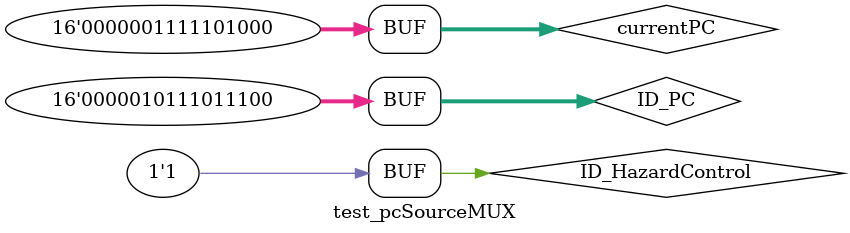
<source format=v>
`timescale 1ns / 1ps


module test_pcSourceMUX;

	// Inputs
	reg [15:0] currentPC;
	reg [15:0] ID_PC;
	reg ID_HazardControl;

	// Outputs
	wire [15:0] newPC;

	// Instantiate the Unit Under Test (UUT)
	pcSourceMUX uut (
		.currentPC(currentPC), 
		.ID_PC(ID_PC), 
		.ID_HazardControl(ID_HazardControl), 
		.newPC(newPC)
	);

	initial begin
		// Initialize Inputs
		currentPC = 1000;
		ID_PC = 1500;
		ID_HazardControl = 0;

		// Wait 100 ns for global reset to finish
		#10;
		ID_HazardControl = 1;
        
		// Add stimulus here

	end
      
endmodule


</source>
